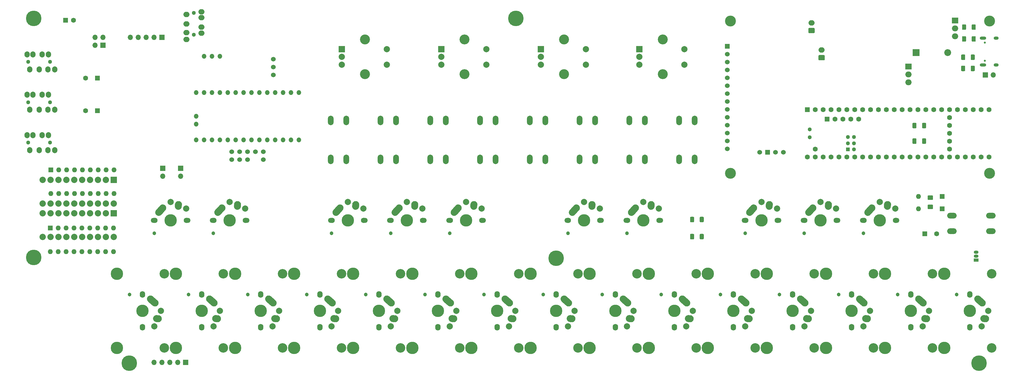
<source format=gbr>
G04 #@! TF.GenerationSoftware,KiCad,Pcbnew,(6.0.1)*
G04 #@! TF.CreationDate,2022-03-21T15:47:42+08:00*
G04 #@! TF.ProjectId,Teensy_Grovebox,5465656e-7379-45f4-9772-6f7665626f78,rev?*
G04 #@! TF.SameCoordinates,Original*
G04 #@! TF.FileFunction,Soldermask,Top*
G04 #@! TF.FilePolarity,Negative*
%FSLAX46Y46*%
G04 Gerber Fmt 4.6, Leading zero omitted, Abs format (unit mm)*
G04 Created by KiCad (PCBNEW (6.0.1)) date 2022-03-21 15:47:42*
%MOMM*%
%LPD*%
G01*
G04 APERTURE LIST*
%ADD10R,1.600000X1.600000*%
%ADD11C,1.600000*%
%ADD12R,1.300000X1.300000*%
%ADD13C,1.300000*%
%ADD14R,2.000000X2.000000*%
%ADD15C,2.000000*%
%ADD16C,3.200000*%
%ADD17O,1.850000X3.048000*%
%ADD18O,3.048000X1.850000*%
%ADD19C,1.750000*%
%ADD20C,1.700000*%
%ADD21C,1.200000*%
%ADD22C,3.987800*%
%ADD23C,2.250000*%
%ADD24C,3.048000*%
%ADD25C,5.000000*%
%ADD26O,1.700000X2.000000*%
%ADD27R,2.032000X2.032000*%
%ADD28C,2.032000*%
%ADD29C,3.500000*%
%ADD30R,1.524000X1.524000*%
%ADD31C,1.524000*%
%ADD32O,2.000000X1.700000*%
%ADD33R,1.700000X1.700000*%
%ADD34O,1.700000X1.700000*%
%ADD35O,1.524000X1.524000*%
%ADD36O,1.600000X1.600000*%
%ADD37C,0.650000*%
%ADD38O,1.600000X1.000000*%
%ADD39O,2.100000X1.000000*%
%ADD40R,2.000000X1.905000*%
%ADD41O,2.000000X1.905000*%
%ADD42R,2.200000X2.200000*%
%ADD43O,2.200000X2.200000*%
%ADD44R,1.500000X1.050000*%
%ADD45O,1.500000X1.050000*%
G04 APERTURE END LIST*
D10*
G04 #@! TO.C,U3*
X292790000Y-165380000D03*
D11*
X295330000Y-165380000D03*
X297870000Y-165380000D03*
X300410000Y-165380000D03*
X302950000Y-165380000D03*
X305490000Y-165380000D03*
X308030000Y-165380000D03*
X310570000Y-165380000D03*
X313110000Y-165380000D03*
X315650000Y-165380000D03*
X318190000Y-165380000D03*
X320730000Y-165380000D03*
X323270000Y-165380000D03*
X325810000Y-165380000D03*
X328350000Y-165380000D03*
X330890000Y-165380000D03*
X333430000Y-165380000D03*
X335970000Y-165380000D03*
X338510000Y-165380000D03*
X341050000Y-165380000D03*
X343590000Y-165380000D03*
X346130000Y-165380000D03*
X348670000Y-165380000D03*
X351210000Y-165380000D03*
X351210000Y-180620000D03*
X348670000Y-180620000D03*
X346130000Y-180620000D03*
X343590000Y-180620000D03*
X341050000Y-180620000D03*
X338510000Y-180620000D03*
X335970000Y-180620000D03*
X333430000Y-180620000D03*
X330890000Y-180620000D03*
X328350000Y-180620000D03*
X325810000Y-180620000D03*
X323270000Y-180620000D03*
X320730000Y-180620000D03*
X318190000Y-180620000D03*
X315650000Y-180620000D03*
X313110000Y-180620000D03*
X310570000Y-180620000D03*
X308030000Y-180620000D03*
X305490000Y-180620000D03*
X302950000Y-180620000D03*
X300410000Y-180620000D03*
X297870000Y-180620000D03*
X295330000Y-180620000D03*
X292790000Y-180620000D03*
X295330000Y-178080000D03*
X338510000Y-167920000D03*
X338510000Y-170460000D03*
X338510000Y-173000000D03*
X338510000Y-175540000D03*
X338510000Y-178080000D03*
D10*
X299089200Y-168430800D03*
D11*
X301629200Y-168430800D03*
X304169200Y-168430800D03*
X306709200Y-168430800D03*
X309249200Y-168430800D03*
D12*
X305760000Y-178181600D03*
D13*
X305760000Y-176181600D03*
X305760000Y-174181600D03*
X307760000Y-174181600D03*
X307760000Y-176181600D03*
X307760000Y-178181600D03*
X293520000Y-174270000D03*
X293520000Y-171730000D03*
G04 #@! TD*
D10*
G04 #@! TO.C,C20*
X330497349Y-205300000D03*
D11*
X334297349Y-205300000D03*
G04 #@! TD*
D14*
G04 #@! TO.C,ENC2*
X175050000Y-145875000D03*
D15*
X175050000Y-150875000D03*
X175050000Y-148375000D03*
D16*
X182550000Y-142775000D03*
X182550000Y-153975000D03*
D15*
X189550000Y-150875000D03*
X189550000Y-145875000D03*
G04 #@! TD*
D14*
G04 #@! TO.C,ENC4*
X238750000Y-145875000D03*
D15*
X238750000Y-150875000D03*
X238750000Y-148375000D03*
D16*
X246250000Y-142775000D03*
X246250000Y-153975000D03*
D15*
X253250000Y-150875000D03*
X253250000Y-145875000D03*
G04 #@! TD*
D14*
G04 #@! TO.C,ENC1*
X143050000Y-145875000D03*
D15*
X143050000Y-150875000D03*
X143050000Y-148375000D03*
D16*
X150550000Y-142775000D03*
X150550000Y-153975000D03*
D15*
X157550000Y-150875000D03*
X157550000Y-145875000D03*
G04 #@! TD*
D14*
G04 #@! TO.C,ENC3*
X207050000Y-145875000D03*
D15*
X207050000Y-150875000D03*
X207050000Y-148375000D03*
D16*
X214550000Y-142775000D03*
X214550000Y-153975000D03*
D15*
X221550000Y-150875000D03*
X221550000Y-145875000D03*
G04 #@! TD*
D17*
G04 #@! TO.C,SW27*
X139500000Y-181375000D03*
X139500000Y-168875000D03*
X144500000Y-181375000D03*
X144500000Y-168875000D03*
G04 #@! TD*
G04 #@! TO.C,SW34*
X251500000Y-181375000D03*
X251500000Y-168875000D03*
X256500000Y-181375000D03*
X256500000Y-168875000D03*
G04 #@! TD*
G04 #@! TO.C,SW28*
X155500000Y-181375000D03*
X155500000Y-168875000D03*
X160500000Y-181375000D03*
X160500000Y-168875000D03*
G04 #@! TD*
G04 #@! TO.C,SW30*
X187500000Y-181375000D03*
X187500000Y-168875000D03*
X192500000Y-181375000D03*
X192500000Y-168875000D03*
G04 #@! TD*
G04 #@! TO.C,SW32*
X219500000Y-181375000D03*
X219500000Y-168875000D03*
X224500000Y-181375000D03*
X224500000Y-168875000D03*
G04 #@! TD*
G04 #@! TO.C,SW29*
X171500000Y-181375000D03*
X171500000Y-168875000D03*
X176500000Y-181375000D03*
X176500000Y-168875000D03*
G04 #@! TD*
G04 #@! TO.C,SW31*
X203500000Y-181375000D03*
X203500000Y-168875000D03*
X208500000Y-181375000D03*
X208500000Y-168875000D03*
G04 #@! TD*
G04 #@! TO.C,SW33*
X235500000Y-181375000D03*
X235500000Y-168875000D03*
X240500000Y-181375000D03*
X240500000Y-168875000D03*
G04 #@! TD*
D18*
G04 #@! TO.C,SW26*
X339260000Y-199500000D03*
X351760000Y-199500000D03*
X339260000Y-204500000D03*
X351760000Y-204500000D03*
G04 #@! TD*
D10*
G04 #@! TO.C,MIC*
X54250000Y-136575000D03*
D11*
X56750000Y-136575000D03*
G04 #@! TD*
D10*
G04 #@! TO.C,C1*
X64502651Y-165700000D03*
D11*
X60702651Y-165700000D03*
G04 #@! TD*
D10*
G04 #@! TO.C,C2*
X64502651Y-155200000D03*
D11*
X60702651Y-155200000D03*
G04 #@! TD*
D19*
G04 #@! TO.C,SW21*
X291920000Y-201000000D03*
D20*
X291500000Y-201000000D03*
D21*
X291780000Y-205200000D03*
D20*
X302500000Y-201000000D03*
D22*
X297000000Y-201000000D03*
D19*
X302080000Y-201000000D03*
G36*
G01*
X299423483Y-197622395D02*
X299423483Y-197622395D01*
G75*
G02*
X298377605Y-196423483I76517J1122395D01*
G01*
X298417147Y-195843451D01*
G75*
G02*
X299616059Y-194797573I1122395J-76517D01*
G01*
X299616059Y-194797573D01*
G75*
G02*
X300661937Y-195996485I-76517J-1122395D01*
G01*
X300622395Y-196576517D01*
G75*
G02*
X299423483Y-197622395I-1122395J76517D01*
G01*
G37*
D23*
X299540000Y-195920000D03*
D15*
X302000000Y-197200000D03*
X297000000Y-195100000D03*
D23*
X294500000Y-197000000D03*
G36*
G01*
X292438688Y-199297350D02*
X292438688Y-199297350D01*
G75*
G02*
X292352650Y-197708688I751312J837350D01*
G01*
X293662640Y-196248680D01*
G75*
G02*
X295251302Y-196162642I837350J-751312D01*
G01*
X295251302Y-196162642D01*
G75*
G02*
X295337340Y-197751304I-751312J-837350D01*
G01*
X294027350Y-199211312D01*
G75*
G02*
X292438688Y-199297350I-837350J751312D01*
G01*
G37*
G04 #@! TD*
G04 #@! TO.C,R11*
G36*
G01*
X346600000Y-147875000D02*
X346600000Y-149125000D01*
G75*
G02*
X346350000Y-149375000I-250000J0D01*
G01*
X345550000Y-149375000D01*
G75*
G02*
X345300000Y-149125000I0J250000D01*
G01*
X345300000Y-147875000D01*
G75*
G02*
X345550000Y-147625000I250000J0D01*
G01*
X346350000Y-147625000D01*
G75*
G02*
X346600000Y-147875000I0J-250000D01*
G01*
G37*
G36*
G01*
X343500000Y-147875000D02*
X343500000Y-149125000D01*
G75*
G02*
X343250000Y-149375000I-250000J0D01*
G01*
X342450000Y-149375000D01*
G75*
G02*
X342200000Y-149125000I0J250000D01*
G01*
X342200000Y-147875000D01*
G75*
G02*
X342450000Y-147625000I250000J0D01*
G01*
X343250000Y-147625000D01*
G75*
G02*
X343500000Y-147875000I0J-250000D01*
G01*
G37*
G04 #@! TD*
D20*
G04 #@! TO.C,SW17*
X250000000Y-235627000D03*
X250000000Y-224627000D03*
D24*
X256985000Y-218189000D03*
D22*
X241745000Y-242065000D03*
D19*
X250000000Y-225047000D03*
X250000000Y-235207000D03*
D21*
X245800000Y-224907000D03*
D22*
X241745000Y-218189000D03*
D24*
X256985000Y-242065000D03*
D22*
X250000000Y-230127000D03*
D23*
X254000000Y-227627000D03*
G36*
G01*
X251702650Y-225565688D02*
X251702650Y-225565688D01*
G75*
G02*
X253291312Y-225479650I837350J-751312D01*
G01*
X254751320Y-226789640D01*
G75*
G02*
X254837358Y-228378302I-751312J-837350D01*
G01*
X254837358Y-228378302D01*
G75*
G02*
X253248696Y-228464340I-837350J751312D01*
G01*
X251788688Y-227154350D01*
G75*
G02*
X251702650Y-225565688I751312J837350D01*
G01*
G37*
D15*
X255900000Y-230127000D03*
D23*
X255080000Y-232667000D03*
G36*
G01*
X253377605Y-232550483D02*
X253377605Y-232550483D01*
G75*
G02*
X254576517Y-231504605I1122395J-76517D01*
G01*
X255156549Y-231544147D01*
G75*
G02*
X256202427Y-232743059I-76517J-1122395D01*
G01*
X256202427Y-232743059D01*
G75*
G02*
X255003515Y-233788937I-1122395J76517D01*
G01*
X254423483Y-233749395D01*
G75*
G02*
X253377605Y-232550483I76517J1122395D01*
G01*
G37*
D15*
X253800000Y-235127000D03*
G04 #@! TD*
G04 #@! TO.C,R12*
G36*
G01*
X346600000Y-151475000D02*
X346600000Y-152725000D01*
G75*
G02*
X346350000Y-152975000I-250000J0D01*
G01*
X345550000Y-152975000D01*
G75*
G02*
X345300000Y-152725000I0J250000D01*
G01*
X345300000Y-151475000D01*
G75*
G02*
X345550000Y-151225000I250000J0D01*
G01*
X346350000Y-151225000D01*
G75*
G02*
X346600000Y-151475000I0J-250000D01*
G01*
G37*
G36*
G01*
X343500000Y-151475000D02*
X343500000Y-152725000D01*
G75*
G02*
X343250000Y-152975000I-250000J0D01*
G01*
X342450000Y-152975000D01*
G75*
G02*
X342200000Y-152725000I0J250000D01*
G01*
X342200000Y-151475000D01*
G75*
G02*
X342450000Y-151225000I250000J0D01*
G01*
X343250000Y-151225000D01*
G75*
G02*
X343500000Y-151475000I0J-250000D01*
G01*
G37*
G04 #@! TD*
D20*
G04 #@! TO.C,SW9*
X158500000Y-201000000D03*
D22*
X164000000Y-201000000D03*
D20*
X169500000Y-201000000D03*
D19*
X158920000Y-201000000D03*
D21*
X158780000Y-205200000D03*
D19*
X169080000Y-201000000D03*
G36*
G01*
X166423483Y-197622395D02*
X166423483Y-197622395D01*
G75*
G02*
X165377605Y-196423483I76517J1122395D01*
G01*
X165417147Y-195843451D01*
G75*
G02*
X166616059Y-194797573I1122395J-76517D01*
G01*
X166616059Y-194797573D01*
G75*
G02*
X167661937Y-195996485I-76517J-1122395D01*
G01*
X167622395Y-196576517D01*
G75*
G02*
X166423483Y-197622395I-1122395J76517D01*
G01*
G37*
D15*
X169000000Y-197200000D03*
D23*
X166540000Y-195920000D03*
D15*
X164000000Y-195100000D03*
G36*
G01*
X159438688Y-199297350D02*
X159438688Y-199297350D01*
G75*
G02*
X159352650Y-197708688I751312J837350D01*
G01*
X160662640Y-196248680D01*
G75*
G02*
X162251302Y-196162642I837350J-751312D01*
G01*
X162251302Y-196162642D01*
G75*
G02*
X162337340Y-197751304I-751312J-837350D01*
G01*
X161027350Y-199211312D01*
G75*
G02*
X159438688Y-199297350I-837350J751312D01*
G01*
G37*
D23*
X161500000Y-197000000D03*
G04 #@! TD*
D24*
G04 #@! TO.C,SW12*
X199985000Y-218189000D03*
D22*
X184745000Y-218189000D03*
D19*
X193000000Y-225047000D03*
D20*
X193000000Y-235627000D03*
D21*
X188800000Y-224907000D03*
D24*
X199985000Y-242065000D03*
D22*
X193000000Y-230127000D03*
D19*
X193000000Y-235207000D03*
D20*
X193000000Y-224627000D03*
D22*
X184745000Y-242065000D03*
D23*
X197000000Y-227627000D03*
D15*
X198900000Y-230127000D03*
G36*
G01*
X194702650Y-225565688D02*
X194702650Y-225565688D01*
G75*
G02*
X196291312Y-225479650I837350J-751312D01*
G01*
X197751320Y-226789640D01*
G75*
G02*
X197837358Y-228378302I-751312J-837350D01*
G01*
X197837358Y-228378302D01*
G75*
G02*
X196248696Y-228464340I-837350J751312D01*
G01*
X194788688Y-227154350D01*
G75*
G02*
X194702650Y-225565688I751312J837350D01*
G01*
G37*
G36*
G01*
X196377605Y-232550483D02*
X196377605Y-232550483D01*
G75*
G02*
X197576517Y-231504605I1122395J-76517D01*
G01*
X198156549Y-231544147D01*
G75*
G02*
X199202427Y-232743059I-76517J-1122395D01*
G01*
X199202427Y-232743059D01*
G75*
G02*
X198003515Y-233788937I-1122395J76517D01*
G01*
X197423483Y-233749395D01*
G75*
G02*
X196377605Y-232550483I76517J1122395D01*
G01*
G37*
D23*
X198080000Y-232667000D03*
D15*
X196800000Y-235127000D03*
G04 #@! TD*
D24*
G04 #@! TO.C,SW22*
X313985000Y-218189000D03*
D19*
X307000000Y-235207000D03*
D24*
X313985000Y-242065000D03*
D22*
X307000000Y-230127000D03*
D20*
X307000000Y-235627000D03*
D21*
X302800000Y-224907000D03*
D22*
X298745000Y-218189000D03*
D19*
X307000000Y-225047000D03*
D20*
X307000000Y-224627000D03*
D22*
X298745000Y-242065000D03*
G36*
G01*
X308702650Y-225565688D02*
X308702650Y-225565688D01*
G75*
G02*
X310291312Y-225479650I837350J-751312D01*
G01*
X311751320Y-226789640D01*
G75*
G02*
X311837358Y-228378302I-751312J-837350D01*
G01*
X311837358Y-228378302D01*
G75*
G02*
X310248696Y-228464340I-837350J751312D01*
G01*
X308788688Y-227154350D01*
G75*
G02*
X308702650Y-225565688I751312J837350D01*
G01*
G37*
D23*
X311000000Y-227627000D03*
D15*
X312900000Y-230127000D03*
D23*
X312080000Y-232667000D03*
G36*
G01*
X310377605Y-232550483D02*
X310377605Y-232550483D01*
G75*
G02*
X311576517Y-231504605I1122395J-76517D01*
G01*
X312156549Y-231544147D01*
G75*
G02*
X313202427Y-232743059I-76517J-1122395D01*
G01*
X313202427Y-232743059D01*
G75*
G02*
X312003515Y-233788937I-1122395J76517D01*
G01*
X311423483Y-233749395D01*
G75*
G02*
X310377605Y-232550483I76517J1122395D01*
G01*
G37*
D15*
X310800000Y-235127000D03*
G04 #@! TD*
D19*
G04 #@! TO.C,SW4*
X101920000Y-201000000D03*
D20*
X101500000Y-201000000D03*
D22*
X107000000Y-201000000D03*
D20*
X112500000Y-201000000D03*
D21*
X101780000Y-205200000D03*
D19*
X112080000Y-201000000D03*
G36*
G01*
X109423483Y-197622395D02*
X109423483Y-197622395D01*
G75*
G02*
X108377605Y-196423483I76517J1122395D01*
G01*
X108417147Y-195843451D01*
G75*
G02*
X109616059Y-194797573I1122395J-76517D01*
G01*
X109616059Y-194797573D01*
G75*
G02*
X110661937Y-195996485I-76517J-1122395D01*
G01*
X110622395Y-196576517D01*
G75*
G02*
X109423483Y-197622395I-1122395J76517D01*
G01*
G37*
D15*
X112000000Y-197200000D03*
D23*
X109540000Y-195920000D03*
X104500000Y-197000000D03*
G36*
G01*
X102438688Y-199297350D02*
X102438688Y-199297350D01*
G75*
G02*
X102352650Y-197708688I751312J837350D01*
G01*
X103662640Y-196248680D01*
G75*
G02*
X105251302Y-196162642I837350J-751312D01*
G01*
X105251302Y-196162642D01*
G75*
G02*
X105337340Y-197751304I-751312J-837350D01*
G01*
X104027350Y-199211312D01*
G75*
G02*
X102438688Y-199297350I-837350J751312D01*
G01*
G37*
D15*
X107000000Y-195100000D03*
G04 #@! TD*
D20*
G04 #@! TO.C,SW3*
X98000000Y-224627000D03*
D19*
X98000000Y-235207000D03*
D22*
X89745000Y-218189000D03*
X89745000Y-242065000D03*
D19*
X98000000Y-225047000D03*
D20*
X98000000Y-235627000D03*
D24*
X104985000Y-218189000D03*
X104985000Y-242065000D03*
D22*
X98000000Y-230127000D03*
D21*
X93800000Y-224907000D03*
G36*
G01*
X99702650Y-225565688D02*
X99702650Y-225565688D01*
G75*
G02*
X101291312Y-225479650I837350J-751312D01*
G01*
X102751320Y-226789640D01*
G75*
G02*
X102837358Y-228378302I-751312J-837350D01*
G01*
X102837358Y-228378302D01*
G75*
G02*
X101248696Y-228464340I-837350J751312D01*
G01*
X99788688Y-227154350D01*
G75*
G02*
X99702650Y-225565688I751312J837350D01*
G01*
G37*
D23*
X102000000Y-227627000D03*
D15*
X103900000Y-230127000D03*
G36*
G01*
X101377605Y-232550483D02*
X101377605Y-232550483D01*
G75*
G02*
X102576517Y-231504605I1122395J-76517D01*
G01*
X103156549Y-231544147D01*
G75*
G02*
X104202427Y-232743059I-76517J-1122395D01*
G01*
X104202427Y-232743059D01*
G75*
G02*
X103003515Y-233788937I-1122395J76517D01*
G01*
X102423483Y-233749395D01*
G75*
G02*
X101377605Y-232550483I76517J1122395D01*
G01*
G37*
D23*
X103080000Y-232667000D03*
D15*
X101800000Y-235127000D03*
G04 #@! TD*
D21*
G04 #@! TO.C,SW19*
X272780000Y-205200000D03*
D22*
X278000000Y-201000000D03*
D20*
X283500000Y-201000000D03*
D19*
X283080000Y-201000000D03*
X272920000Y-201000000D03*
D20*
X272500000Y-201000000D03*
D15*
X283000000Y-197200000D03*
G36*
G01*
X280423483Y-197622395D02*
X280423483Y-197622395D01*
G75*
G02*
X279377605Y-196423483I76517J1122395D01*
G01*
X279417147Y-195843451D01*
G75*
G02*
X280616059Y-194797573I1122395J-76517D01*
G01*
X280616059Y-194797573D01*
G75*
G02*
X281661937Y-195996485I-76517J-1122395D01*
G01*
X281622395Y-196576517D01*
G75*
G02*
X280423483Y-197622395I-1122395J76517D01*
G01*
G37*
D23*
X280540000Y-195920000D03*
G36*
G01*
X273438688Y-199297350D02*
X273438688Y-199297350D01*
G75*
G02*
X273352650Y-197708688I751312J837350D01*
G01*
X274662640Y-196248680D01*
G75*
G02*
X276251302Y-196162642I837350J-751312D01*
G01*
X276251302Y-196162642D01*
G75*
G02*
X276337340Y-197751304I-751312J-837350D01*
G01*
X275027350Y-199211312D01*
G75*
G02*
X273438688Y-199297350I-837350J751312D01*
G01*
G37*
D15*
X278000000Y-195100000D03*
D23*
X275500000Y-197000000D03*
G04 #@! TD*
D25*
G04 #@! TO.C,*
X44000000Y-136000000D03*
G04 #@! TD*
D13*
G04 #@! TO.C,J8*
X42250000Y-149982500D03*
X49250000Y-149982500D03*
D26*
X42750000Y-152382500D03*
X45750000Y-152382500D03*
X48550000Y-152382500D03*
X50750000Y-152382500D03*
X41850000Y-147582500D03*
X43750000Y-147582500D03*
X46750000Y-147582500D03*
X48750000Y-147582500D03*
G04 #@! TD*
G04 #@! TO.C,R14*
G36*
G01*
X346900000Y-141975000D02*
X346900000Y-143225000D01*
G75*
G02*
X346650000Y-143475000I-250000J0D01*
G01*
X345850000Y-143475000D01*
G75*
G02*
X345600000Y-143225000I0J250000D01*
G01*
X345600000Y-141975000D01*
G75*
G02*
X345850000Y-141725000I250000J0D01*
G01*
X346650000Y-141725000D01*
G75*
G02*
X346900000Y-141975000I0J-250000D01*
G01*
G37*
G36*
G01*
X343800000Y-141975000D02*
X343800000Y-143225000D01*
G75*
G02*
X343550000Y-143475000I-250000J0D01*
G01*
X342750000Y-143475000D01*
G75*
G02*
X342500000Y-143225000I0J250000D01*
G01*
X342500000Y-141975000D01*
G75*
G02*
X342750000Y-141725000I250000J0D01*
G01*
X343550000Y-141725000D01*
G75*
G02*
X343800000Y-141975000I0J-250000D01*
G01*
G37*
G04 #@! TD*
D27*
G04 #@! TO.C,BAR2*
X69750000Y-188000000D03*
D28*
X67210000Y-188000000D03*
X64670000Y-188000000D03*
X62130000Y-188000000D03*
X59590000Y-188000000D03*
X57050000Y-188000000D03*
X54510000Y-188000000D03*
X51970000Y-188000000D03*
X49430000Y-188000000D03*
X46890000Y-188000000D03*
X46890000Y-195620000D03*
X49430000Y-195620000D03*
X51970000Y-195620000D03*
X54510000Y-195620000D03*
X57050000Y-195620000D03*
X59590000Y-195620000D03*
X62130000Y-195620000D03*
X64670000Y-195620000D03*
X67210000Y-195620000D03*
X69750000Y-195620000D03*
G04 #@! TD*
D20*
G04 #@! TO.C,SW10*
X174000000Y-235627000D03*
D19*
X174000000Y-225047000D03*
D20*
X174000000Y-224627000D03*
D22*
X165745000Y-218189000D03*
D19*
X174000000Y-235207000D03*
D22*
X165745000Y-242065000D03*
X174000000Y-230127000D03*
D21*
X169800000Y-224907000D03*
D24*
X180985000Y-242065000D03*
X180985000Y-218189000D03*
D15*
X179900000Y-230127000D03*
G36*
G01*
X175702650Y-225565688D02*
X175702650Y-225565688D01*
G75*
G02*
X177291312Y-225479650I837350J-751312D01*
G01*
X178751320Y-226789640D01*
G75*
G02*
X178837358Y-228378302I-751312J-837350D01*
G01*
X178837358Y-228378302D01*
G75*
G02*
X177248696Y-228464340I-837350J751312D01*
G01*
X175788688Y-227154350D01*
G75*
G02*
X175702650Y-225565688I751312J837350D01*
G01*
G37*
D23*
X178000000Y-227627000D03*
X179080000Y-232667000D03*
G36*
G01*
X177377605Y-232550483D02*
X177377605Y-232550483D01*
G75*
G02*
X178576517Y-231504605I1122395J-76517D01*
G01*
X179156549Y-231544147D01*
G75*
G02*
X180202427Y-232743059I-76517J-1122395D01*
G01*
X180202427Y-232743059D01*
G75*
G02*
X179003515Y-233788937I-1122395J76517D01*
G01*
X178423483Y-233749395D01*
G75*
G02*
X177377605Y-232550483I76517J1122395D01*
G01*
G37*
D15*
X177800000Y-235127000D03*
G04 #@! TD*
D25*
G04 #@! TO.C,*
X212000000Y-213250000D03*
G04 #@! TD*
D19*
G04 #@! TO.C,SW7*
X150080000Y-201000000D03*
X139920000Y-201000000D03*
D20*
X150500000Y-201000000D03*
X139500000Y-201000000D03*
D21*
X139780000Y-205200000D03*
D22*
X145000000Y-201000000D03*
D23*
X147540000Y-195920000D03*
G36*
G01*
X147423483Y-197622395D02*
X147423483Y-197622395D01*
G75*
G02*
X146377605Y-196423483I76517J1122395D01*
G01*
X146417147Y-195843451D01*
G75*
G02*
X147616059Y-194797573I1122395J-76517D01*
G01*
X147616059Y-194797573D01*
G75*
G02*
X148661937Y-195996485I-76517J-1122395D01*
G01*
X148622395Y-196576517D01*
G75*
G02*
X147423483Y-197622395I-1122395J76517D01*
G01*
G37*
D15*
X150000000Y-197200000D03*
X145000000Y-195100000D03*
G36*
G01*
X140438688Y-199297350D02*
X140438688Y-199297350D01*
G75*
G02*
X140352650Y-197708688I751312J837350D01*
G01*
X141662640Y-196248680D01*
G75*
G02*
X143251302Y-196162642I837350J-751312D01*
G01*
X143251302Y-196162642D01*
G75*
G02*
X143337340Y-197751304I-751312J-837350D01*
G01*
X142027350Y-199211312D01*
G75*
G02*
X140438688Y-199297350I-837350J751312D01*
G01*
G37*
D23*
X142500000Y-197000000D03*
G04 #@! TD*
D21*
G04 #@! TO.C,SW11*
X177780000Y-205200000D03*
D19*
X177920000Y-201000000D03*
X188080000Y-201000000D03*
D20*
X177500000Y-201000000D03*
D22*
X183000000Y-201000000D03*
D20*
X188500000Y-201000000D03*
D23*
X185540000Y-195920000D03*
D15*
X188000000Y-197200000D03*
G36*
G01*
X185423483Y-197622395D02*
X185423483Y-197622395D01*
G75*
G02*
X184377605Y-196423483I76517J1122395D01*
G01*
X184417147Y-195843451D01*
G75*
G02*
X185616059Y-194797573I1122395J-76517D01*
G01*
X185616059Y-194797573D01*
G75*
G02*
X186661937Y-195996485I-76517J-1122395D01*
G01*
X186622395Y-196576517D01*
G75*
G02*
X185423483Y-197622395I-1122395J76517D01*
G01*
G37*
D23*
X180500000Y-197000000D03*
D15*
X183000000Y-195100000D03*
G36*
G01*
X178438688Y-199297350D02*
X178438688Y-199297350D01*
G75*
G02*
X178352650Y-197708688I751312J837350D01*
G01*
X179662640Y-196248680D01*
G75*
G02*
X181251302Y-196162642I837350J-751312D01*
G01*
X181251302Y-196162642D01*
G75*
G02*
X181337340Y-197751304I-751312J-837350D01*
G01*
X180027350Y-199211312D01*
G75*
G02*
X178438688Y-199297350I-837350J751312D01*
G01*
G37*
G04 #@! TD*
D19*
G04 #@! TO.C,SW2*
X93080000Y-201000000D03*
D20*
X82500000Y-201000000D03*
D19*
X82920000Y-201000000D03*
D22*
X88000000Y-201000000D03*
D20*
X93500000Y-201000000D03*
D21*
X82780000Y-205200000D03*
D15*
X93000000Y-197200000D03*
D23*
X90540000Y-195920000D03*
G36*
G01*
X90423483Y-197622395D02*
X90423483Y-197622395D01*
G75*
G02*
X89377605Y-196423483I76517J1122395D01*
G01*
X89417147Y-195843451D01*
G75*
G02*
X90616059Y-194797573I1122395J-76517D01*
G01*
X90616059Y-194797573D01*
G75*
G02*
X91661937Y-195996485I-76517J-1122395D01*
G01*
X91622395Y-196576517D01*
G75*
G02*
X90423483Y-197622395I-1122395J76517D01*
G01*
G37*
G36*
G01*
X83438688Y-199297350D02*
X83438688Y-199297350D01*
G75*
G02*
X83352650Y-197708688I751312J837350D01*
G01*
X84662640Y-196248680D01*
G75*
G02*
X86251302Y-196162642I837350J-751312D01*
G01*
X86251302Y-196162642D01*
G75*
G02*
X86337340Y-197751304I-751312J-837350D01*
G01*
X85027350Y-199211312D01*
G75*
G02*
X83438688Y-199297350I-837350J751312D01*
G01*
G37*
D15*
X88000000Y-195100000D03*
D23*
X85500000Y-197000000D03*
G04 #@! TD*
D13*
G04 #@! TO.C,J10*
X42250000Y-175982500D03*
X49250000Y-175982500D03*
D26*
X42750000Y-178382500D03*
X45750000Y-178382500D03*
X48550000Y-178382500D03*
X50750000Y-178382500D03*
X41850000Y-173582500D03*
X43750000Y-173582500D03*
X46750000Y-173582500D03*
X48750000Y-173582500D03*
G04 #@! TD*
D25*
G04 #@! TO.C,*
X44000000Y-213000000D03*
G04 #@! TD*
D29*
G04 #@! TO.C,U1*
X268050000Y-136855000D03*
X268050000Y-185895000D03*
X351350000Y-185895000D03*
X351350000Y-136855000D03*
D30*
X267050000Y-144955000D03*
D31*
X267050000Y-147495000D03*
X267050000Y-150035000D03*
X267050000Y-152575000D03*
X267050000Y-155115000D03*
X267050000Y-157655000D03*
X267050000Y-160195000D03*
X267050000Y-162735000D03*
X267050000Y-165275000D03*
X267050000Y-167815000D03*
X267050000Y-170355000D03*
X267050000Y-172895000D03*
X267050000Y-175435000D03*
X267050000Y-177975000D03*
G04 #@! TD*
D24*
G04 #@! TO.C,SW5*
X123985000Y-242065000D03*
X123985000Y-218189000D03*
D21*
X112800000Y-224907000D03*
D22*
X117000000Y-230127000D03*
D20*
X117000000Y-235627000D03*
D22*
X108745000Y-218189000D03*
D20*
X117000000Y-224627000D03*
D19*
X117000000Y-235207000D03*
X117000000Y-225047000D03*
D22*
X108745000Y-242065000D03*
G36*
G01*
X118702650Y-225565688D02*
X118702650Y-225565688D01*
G75*
G02*
X120291312Y-225479650I837350J-751312D01*
G01*
X121751320Y-226789640D01*
G75*
G02*
X121837358Y-228378302I-751312J-837350D01*
G01*
X121837358Y-228378302D01*
G75*
G02*
X120248696Y-228464340I-837350J751312D01*
G01*
X118788688Y-227154350D01*
G75*
G02*
X118702650Y-225565688I751312J837350D01*
G01*
G37*
D15*
X122900000Y-230127000D03*
D23*
X121000000Y-227627000D03*
G36*
G01*
X120377605Y-232550483D02*
X120377605Y-232550483D01*
G75*
G02*
X121576517Y-231504605I1122395J-76517D01*
G01*
X122156549Y-231544147D01*
G75*
G02*
X123202427Y-232743059I-76517J-1122395D01*
G01*
X123202427Y-232743059D01*
G75*
G02*
X122003515Y-233788937I-1122395J76517D01*
G01*
X121423483Y-233749395D01*
G75*
G02*
X120377605Y-232550483I76517J1122395D01*
G01*
G37*
X122080000Y-232667000D03*
D15*
X120800000Y-235127000D03*
G04 #@! TD*
G04 #@! TO.C,R13*
G36*
G01*
X346900000Y-138175000D02*
X346900000Y-139425000D01*
G75*
G02*
X346650000Y-139675000I-250000J0D01*
G01*
X345850000Y-139675000D01*
G75*
G02*
X345600000Y-139425000I0J250000D01*
G01*
X345600000Y-138175000D01*
G75*
G02*
X345850000Y-137925000I250000J0D01*
G01*
X346650000Y-137925000D01*
G75*
G02*
X346900000Y-138175000I0J-250000D01*
G01*
G37*
G36*
G01*
X343800000Y-138175000D02*
X343800000Y-139425000D01*
G75*
G02*
X343550000Y-139675000I-250000J0D01*
G01*
X342750000Y-139675000D01*
G75*
G02*
X342500000Y-139425000I0J250000D01*
G01*
X342500000Y-138175000D01*
G75*
G02*
X342750000Y-137925000I250000J0D01*
G01*
X343550000Y-137925000D01*
G75*
G02*
X343800000Y-138175000I0J-250000D01*
G01*
G37*
G04 #@! TD*
D20*
G04 #@! TO.C,SW25*
X345000000Y-235627000D03*
X345000000Y-224627000D03*
D22*
X336745000Y-242065000D03*
D24*
X351985000Y-218189000D03*
D19*
X345000000Y-235207000D03*
D22*
X336745000Y-218189000D03*
X345000000Y-230127000D03*
D19*
X345000000Y-225047000D03*
D24*
X351985000Y-242065000D03*
D21*
X340800000Y-224907000D03*
G36*
G01*
X346702650Y-225565688D02*
X346702650Y-225565688D01*
G75*
G02*
X348291312Y-225479650I837350J-751312D01*
G01*
X349751320Y-226789640D01*
G75*
G02*
X349837358Y-228378302I-751312J-837350D01*
G01*
X349837358Y-228378302D01*
G75*
G02*
X348248696Y-228464340I-837350J751312D01*
G01*
X346788688Y-227154350D01*
G75*
G02*
X346702650Y-225565688I751312J837350D01*
G01*
G37*
D23*
X349000000Y-227627000D03*
D15*
X350900000Y-230127000D03*
X348800000Y-235127000D03*
D23*
X350080000Y-232667000D03*
G36*
G01*
X348377605Y-232550483D02*
X348377605Y-232550483D01*
G75*
G02*
X349576517Y-231504605I1122395J-76517D01*
G01*
X350156549Y-231544147D01*
G75*
G02*
X351202427Y-232743059I-76517J-1122395D01*
G01*
X351202427Y-232743059D01*
G75*
G02*
X350003515Y-233788937I-1122395J76517D01*
G01*
X349423483Y-233749395D01*
G75*
G02*
X348377605Y-232550483I76517J1122395D01*
G01*
G37*
G04 #@! TD*
D24*
G04 #@! TO.C,SW20*
X294985000Y-218189000D03*
D19*
X288000000Y-235207000D03*
X288000000Y-225047000D03*
D22*
X288000000Y-230127000D03*
X279745000Y-218189000D03*
D20*
X288000000Y-224627000D03*
D22*
X279745000Y-242065000D03*
D24*
X294985000Y-242065000D03*
D21*
X283800000Y-224907000D03*
D20*
X288000000Y-235627000D03*
D15*
X293900000Y-230127000D03*
D23*
X292000000Y-227627000D03*
G36*
G01*
X289702650Y-225565688D02*
X289702650Y-225565688D01*
G75*
G02*
X291291312Y-225479650I837350J-751312D01*
G01*
X292751320Y-226789640D01*
G75*
G02*
X292837358Y-228378302I-751312J-837350D01*
G01*
X292837358Y-228378302D01*
G75*
G02*
X291248696Y-228464340I-837350J751312D01*
G01*
X289788688Y-227154350D01*
G75*
G02*
X289702650Y-225565688I751312J837350D01*
G01*
G37*
D15*
X291800000Y-235127000D03*
D23*
X293080000Y-232667000D03*
G36*
G01*
X291377605Y-232550483D02*
X291377605Y-232550483D01*
G75*
G02*
X292576517Y-231504605I1122395J-76517D01*
G01*
X293156549Y-231544147D01*
G75*
G02*
X294202427Y-232743059I-76517J-1122395D01*
G01*
X294202427Y-232743059D01*
G75*
G02*
X293003515Y-233788937I-1122395J76517D01*
G01*
X292423483Y-233749395D01*
G75*
G02*
X291377605Y-232550483I76517J1122395D01*
G01*
G37*
G04 #@! TD*
D25*
G04 #@! TO.C,*
X199000000Y-136000000D03*
G04 #@! TD*
G04 #@! TO.C,R16*
G36*
G01*
X326550000Y-171125000D02*
X326550000Y-169875000D01*
G75*
G02*
X326800000Y-169625000I250000J0D01*
G01*
X327600000Y-169625000D01*
G75*
G02*
X327850000Y-169875000I0J-250000D01*
G01*
X327850000Y-171125000D01*
G75*
G02*
X327600000Y-171375000I-250000J0D01*
G01*
X326800000Y-171375000D01*
G75*
G02*
X326550000Y-171125000I0J250000D01*
G01*
G37*
G36*
G01*
X329650000Y-171125000D02*
X329650000Y-169875000D01*
G75*
G02*
X329900000Y-169625000I250000J0D01*
G01*
X330700000Y-169625000D01*
G75*
G02*
X330950000Y-169875000I0J-250000D01*
G01*
X330950000Y-171125000D01*
G75*
G02*
X330700000Y-171375000I-250000J0D01*
G01*
X329900000Y-171375000D01*
G75*
G02*
X329650000Y-171125000I0J250000D01*
G01*
G37*
G04 #@! TD*
D22*
G04 #@! TO.C,SW6*
X127745000Y-242065000D03*
X127745000Y-218189000D03*
D19*
X136000000Y-225047000D03*
D24*
X142985000Y-242065000D03*
X142985000Y-218189000D03*
D20*
X136000000Y-235627000D03*
D19*
X136000000Y-235207000D03*
D20*
X136000000Y-224627000D03*
D21*
X131800000Y-224907000D03*
D22*
X136000000Y-230127000D03*
D23*
X140000000Y-227627000D03*
D15*
X141900000Y-230127000D03*
G36*
G01*
X137702650Y-225565688D02*
X137702650Y-225565688D01*
G75*
G02*
X139291312Y-225479650I837350J-751312D01*
G01*
X140751320Y-226789640D01*
G75*
G02*
X140837358Y-228378302I-751312J-837350D01*
G01*
X140837358Y-228378302D01*
G75*
G02*
X139248696Y-228464340I-837350J751312D01*
G01*
X137788688Y-227154350D01*
G75*
G02*
X137702650Y-225565688I751312J837350D01*
G01*
G37*
G36*
G01*
X139377605Y-232550483D02*
X139377605Y-232550483D01*
G75*
G02*
X140576517Y-231504605I1122395J-76517D01*
G01*
X141156549Y-231544147D01*
G75*
G02*
X142202427Y-232743059I-76517J-1122395D01*
G01*
X142202427Y-232743059D01*
G75*
G02*
X141003515Y-233788937I-1122395J76517D01*
G01*
X140423483Y-233749395D01*
G75*
G02*
X139377605Y-232550483I76517J1122395D01*
G01*
G37*
D23*
X141080000Y-232667000D03*
D15*
X139800000Y-235127000D03*
G04 #@! TD*
D19*
G04 #@! TO.C,SW15*
X231000000Y-225047000D03*
D21*
X226800000Y-224907000D03*
D20*
X231000000Y-235627000D03*
D22*
X222745000Y-218189000D03*
D19*
X231000000Y-235207000D03*
D20*
X231000000Y-224627000D03*
D22*
X231000000Y-230127000D03*
X222745000Y-242065000D03*
D24*
X237985000Y-218189000D03*
X237985000Y-242065000D03*
G36*
G01*
X232702650Y-225565688D02*
X232702650Y-225565688D01*
G75*
G02*
X234291312Y-225479650I837350J-751312D01*
G01*
X235751320Y-226789640D01*
G75*
G02*
X235837358Y-228378302I-751312J-837350D01*
G01*
X235837358Y-228378302D01*
G75*
G02*
X234248696Y-228464340I-837350J751312D01*
G01*
X232788688Y-227154350D01*
G75*
G02*
X232702650Y-225565688I751312J837350D01*
G01*
G37*
D15*
X236900000Y-230127000D03*
D23*
X235000000Y-227627000D03*
G36*
G01*
X234377605Y-232550483D02*
X234377605Y-232550483D01*
G75*
G02*
X235576517Y-231504605I1122395J-76517D01*
G01*
X236156549Y-231544147D01*
G75*
G02*
X237202427Y-232743059I-76517J-1122395D01*
G01*
X237202427Y-232743059D01*
G75*
G02*
X236003515Y-233788937I-1122395J76517D01*
G01*
X235423483Y-233749395D01*
G75*
G02*
X234377605Y-232550483I76517J1122395D01*
G01*
G37*
D15*
X234800000Y-235127000D03*
D23*
X236080000Y-232667000D03*
G04 #@! TD*
D19*
G04 #@! TO.C,SW16*
X245080000Y-201000000D03*
D20*
X245500000Y-201000000D03*
D21*
X234780000Y-205200000D03*
D20*
X234500000Y-201000000D03*
D19*
X234920000Y-201000000D03*
D22*
X240000000Y-201000000D03*
D15*
X245000000Y-197200000D03*
G36*
G01*
X242423483Y-197622395D02*
X242423483Y-197622395D01*
G75*
G02*
X241377605Y-196423483I76517J1122395D01*
G01*
X241417147Y-195843451D01*
G75*
G02*
X242616059Y-194797573I1122395J-76517D01*
G01*
X242616059Y-194797573D01*
G75*
G02*
X243661937Y-195996485I-76517J-1122395D01*
G01*
X243622395Y-196576517D01*
G75*
G02*
X242423483Y-197622395I-1122395J76517D01*
G01*
G37*
D23*
X242540000Y-195920000D03*
D15*
X240000000Y-195100000D03*
D23*
X237500000Y-197000000D03*
G36*
G01*
X235438688Y-199297350D02*
X235438688Y-199297350D01*
G75*
G02*
X235352650Y-197708688I751312J837350D01*
G01*
X236662640Y-196248680D01*
G75*
G02*
X238251302Y-196162642I837350J-751312D01*
G01*
X238251302Y-196162642D01*
G75*
G02*
X238337340Y-197751304I-751312J-837350D01*
G01*
X237027350Y-199211312D01*
G75*
G02*
X235438688Y-199297350I-837350J751312D01*
G01*
G37*
G04 #@! TD*
G04 #@! TO.C,R37*
G36*
G01*
X259450000Y-205625000D02*
X259450000Y-206875000D01*
G75*
G02*
X259200000Y-207125000I-250000J0D01*
G01*
X258400000Y-207125000D01*
G75*
G02*
X258150000Y-206875000I0J250000D01*
G01*
X258150000Y-205625000D01*
G75*
G02*
X258400000Y-205375000I250000J0D01*
G01*
X259200000Y-205375000D01*
G75*
G02*
X259450000Y-205625000I0J-250000D01*
G01*
G37*
G36*
G01*
X256350000Y-205625000D02*
X256350000Y-206875000D01*
G75*
G02*
X256100000Y-207125000I-250000J0D01*
G01*
X255300000Y-207125000D01*
G75*
G02*
X255050000Y-206875000I0J250000D01*
G01*
X255050000Y-205625000D01*
G75*
G02*
X255300000Y-205375000I250000J0D01*
G01*
X256100000Y-205375000D01*
G75*
G02*
X256350000Y-205625000I0J-250000D01*
G01*
G37*
G04 #@! TD*
G04 #@! TO.C,R17*
G36*
G01*
X330950000Y-174875000D02*
X330950000Y-176125000D01*
G75*
G02*
X330700000Y-176375000I-250000J0D01*
G01*
X329900000Y-176375000D01*
G75*
G02*
X329650000Y-176125000I0J250000D01*
G01*
X329650000Y-174875000D01*
G75*
G02*
X329900000Y-174625000I250000J0D01*
G01*
X330700000Y-174625000D01*
G75*
G02*
X330950000Y-174875000I0J-250000D01*
G01*
G37*
G36*
G01*
X327850000Y-174875000D02*
X327850000Y-176125000D01*
G75*
G02*
X327600000Y-176375000I-250000J0D01*
G01*
X326800000Y-176375000D01*
G75*
G02*
X326550000Y-176125000I0J250000D01*
G01*
X326550000Y-174875000D01*
G75*
G02*
X326800000Y-174625000I250000J0D01*
G01*
X327600000Y-174625000D01*
G75*
G02*
X327850000Y-174875000I0J-250000D01*
G01*
G37*
G04 #@! TD*
G04 #@! TO.C,R36*
G36*
G01*
X259450000Y-200125000D02*
X259450000Y-201375000D01*
G75*
G02*
X259200000Y-201625000I-250000J0D01*
G01*
X258400000Y-201625000D01*
G75*
G02*
X258150000Y-201375000I0J250000D01*
G01*
X258150000Y-200125000D01*
G75*
G02*
X258400000Y-199875000I250000J0D01*
G01*
X259200000Y-199875000D01*
G75*
G02*
X259450000Y-200125000I0J-250000D01*
G01*
G37*
G36*
G01*
X256350000Y-200125000D02*
X256350000Y-201375000D01*
G75*
G02*
X256100000Y-201625000I-250000J0D01*
G01*
X255300000Y-201625000D01*
G75*
G02*
X255050000Y-201375000I0J250000D01*
G01*
X255050000Y-200125000D01*
G75*
G02*
X255300000Y-199875000I250000J0D01*
G01*
X256100000Y-199875000D01*
G75*
G02*
X256350000Y-200125000I0J-250000D01*
G01*
G37*
G04 #@! TD*
D27*
G04 #@! TO.C,BAR1*
X69750000Y-198702500D03*
D28*
X67210000Y-198702500D03*
X64670000Y-198702500D03*
X62130000Y-198702500D03*
X59590000Y-198702500D03*
X57050000Y-198702500D03*
X54510000Y-198702500D03*
X51970000Y-198702500D03*
X49430000Y-198702500D03*
X46890000Y-198702500D03*
X46890000Y-206322500D03*
X49430000Y-206322500D03*
X51970000Y-206322500D03*
X54510000Y-206322500D03*
X57050000Y-206322500D03*
X59590000Y-206322500D03*
X62130000Y-206322500D03*
X64670000Y-206322500D03*
X67210000Y-206322500D03*
X69750000Y-206322500D03*
G04 #@! TD*
D20*
G04 #@! TO.C,SW1*
X79000000Y-235627000D03*
D19*
X79000000Y-235207000D03*
D21*
X74800000Y-224907000D03*
D19*
X79000000Y-225047000D03*
D22*
X79000000Y-230127000D03*
X70745000Y-218189000D03*
X70745000Y-242065000D03*
D24*
X85985000Y-218189000D03*
D20*
X79000000Y-224627000D03*
D24*
X85985000Y-242065000D03*
G36*
G01*
X80702650Y-225565688D02*
X80702650Y-225565688D01*
G75*
G02*
X82291312Y-225479650I837350J-751312D01*
G01*
X83751320Y-226789640D01*
G75*
G02*
X83837358Y-228378302I-751312J-837350D01*
G01*
X83837358Y-228378302D01*
G75*
G02*
X82248696Y-228464340I-837350J751312D01*
G01*
X80788688Y-227154350D01*
G75*
G02*
X80702650Y-225565688I751312J837350D01*
G01*
G37*
D23*
X83000000Y-227627000D03*
D15*
X84900000Y-230127000D03*
D23*
X84080000Y-232667000D03*
G36*
G01*
X82377605Y-232550483D02*
X82377605Y-232550483D01*
G75*
G02*
X83576517Y-231504605I1122395J-76517D01*
G01*
X84156549Y-231544147D01*
G75*
G02*
X85202427Y-232743059I-76517J-1122395D01*
G01*
X85202427Y-232743059D01*
G75*
G02*
X84003515Y-233788937I-1122395J76517D01*
G01*
X83423483Y-233749395D01*
G75*
G02*
X82377605Y-232550483I76517J1122395D01*
G01*
G37*
D15*
X82800000Y-235127000D03*
G04 #@! TD*
D20*
G04 #@! TO.C,SW24*
X326000000Y-224627000D03*
D24*
X332985000Y-242065000D03*
X332985000Y-218189000D03*
D19*
X326000000Y-235207000D03*
D22*
X317745000Y-242065000D03*
D20*
X326000000Y-235627000D03*
D21*
X321800000Y-224907000D03*
D22*
X326000000Y-230127000D03*
D19*
X326000000Y-225047000D03*
D22*
X317745000Y-218189000D03*
G36*
G01*
X327702650Y-225565688D02*
X327702650Y-225565688D01*
G75*
G02*
X329291312Y-225479650I837350J-751312D01*
G01*
X330751320Y-226789640D01*
G75*
G02*
X330837358Y-228378302I-751312J-837350D01*
G01*
X330837358Y-228378302D01*
G75*
G02*
X329248696Y-228464340I-837350J751312D01*
G01*
X327788688Y-227154350D01*
G75*
G02*
X327702650Y-225565688I751312J837350D01*
G01*
G37*
D15*
X331900000Y-230127000D03*
D23*
X330000000Y-227627000D03*
X331080000Y-232667000D03*
D15*
X329800000Y-235127000D03*
G36*
G01*
X329377605Y-232550483D02*
X329377605Y-232550483D01*
G75*
G02*
X330576517Y-231504605I1122395J-76517D01*
G01*
X331156549Y-231544147D01*
G75*
G02*
X332202427Y-232743059I-76517J-1122395D01*
G01*
X332202427Y-232743059D01*
G75*
G02*
X331003515Y-233788937I-1122395J76517D01*
G01*
X330423483Y-233749395D01*
G75*
G02*
X329377605Y-232550483I76517J1122395D01*
G01*
G37*
G04 #@! TD*
G04 #@! TO.C,D3*
G36*
G01*
X331675001Y-193000000D02*
X332924999Y-193000000D01*
G75*
G02*
X333175000Y-193250001I0J-250001D01*
G01*
X333175000Y-194174999D01*
G75*
G02*
X332924999Y-194425000I-250001J0D01*
G01*
X331675001Y-194425000D01*
G75*
G02*
X331425000Y-194174999I0J250001D01*
G01*
X331425000Y-193250001D01*
G75*
G02*
X331675001Y-193000000I250001J0D01*
G01*
G37*
G36*
G01*
X331675001Y-195975000D02*
X332924999Y-195975000D01*
G75*
G02*
X333175000Y-196225001I0J-250001D01*
G01*
X333175000Y-197149999D01*
G75*
G02*
X332924999Y-197400000I-250001J0D01*
G01*
X331675001Y-197400000D01*
G75*
G02*
X331425000Y-197149999I0J250001D01*
G01*
X331425000Y-196225001D01*
G75*
G02*
X331675001Y-195975000I250001J0D01*
G01*
G37*
G04 #@! TD*
D13*
G04 #@! TO.C,J4*
X95517500Y-134250000D03*
X95517500Y-141250000D03*
D32*
X93117500Y-134750000D03*
X93117500Y-137750000D03*
X93117500Y-140550000D03*
X93117500Y-142750000D03*
X97917500Y-133850000D03*
X97917500Y-135750000D03*
X97917500Y-138750000D03*
X97917500Y-140750000D03*
G04 #@! TD*
D20*
G04 #@! TO.C,SW14*
X226500000Y-201000000D03*
D22*
X221000000Y-201000000D03*
D19*
X215920000Y-201000000D03*
X226080000Y-201000000D03*
D21*
X215780000Y-205200000D03*
D20*
X215500000Y-201000000D03*
G36*
G01*
X223423483Y-197622395D02*
X223423483Y-197622395D01*
G75*
G02*
X222377605Y-196423483I76517J1122395D01*
G01*
X222417147Y-195843451D01*
G75*
G02*
X223616059Y-194797573I1122395J-76517D01*
G01*
X223616059Y-194797573D01*
G75*
G02*
X224661937Y-195996485I-76517J-1122395D01*
G01*
X224622395Y-196576517D01*
G75*
G02*
X223423483Y-197622395I-1122395J76517D01*
G01*
G37*
D15*
X226000000Y-197200000D03*
D23*
X223540000Y-195920000D03*
G36*
G01*
X216438688Y-199297350D02*
X216438688Y-199297350D01*
G75*
G02*
X216352650Y-197708688I751312J837350D01*
G01*
X217662640Y-196248680D01*
G75*
G02*
X219251302Y-196162642I837350J-751312D01*
G01*
X219251302Y-196162642D01*
G75*
G02*
X219337340Y-197751304I-751312J-837350D01*
G01*
X218027350Y-199211312D01*
G75*
G02*
X216438688Y-199297350I-837350J751312D01*
G01*
G37*
D15*
X221000000Y-195100000D03*
D23*
X218500000Y-197000000D03*
G04 #@! TD*
D24*
G04 #@! TO.C,SW13*
X218985000Y-218189000D03*
D22*
X203745000Y-218189000D03*
X203745000Y-242065000D03*
D19*
X212000000Y-225047000D03*
D24*
X218985000Y-242065000D03*
D20*
X212000000Y-224627000D03*
X212000000Y-235627000D03*
D21*
X207800000Y-224907000D03*
D22*
X212000000Y-230127000D03*
D19*
X212000000Y-235207000D03*
G36*
G01*
X213702650Y-225565688D02*
X213702650Y-225565688D01*
G75*
G02*
X215291312Y-225479650I837350J-751312D01*
G01*
X216751320Y-226789640D01*
G75*
G02*
X216837358Y-228378302I-751312J-837350D01*
G01*
X216837358Y-228378302D01*
G75*
G02*
X215248696Y-228464340I-837350J751312D01*
G01*
X213788688Y-227154350D01*
G75*
G02*
X213702650Y-225565688I751312J837350D01*
G01*
G37*
D23*
X216000000Y-227627000D03*
D15*
X217900000Y-230127000D03*
D23*
X217080000Y-232667000D03*
G36*
G01*
X215377605Y-232550483D02*
X215377605Y-232550483D01*
G75*
G02*
X216576517Y-231504605I1122395J-76517D01*
G01*
X217156549Y-231544147D01*
G75*
G02*
X218202427Y-232743059I-76517J-1122395D01*
G01*
X218202427Y-232743059D01*
G75*
G02*
X217003515Y-233788937I-1122395J76517D01*
G01*
X216423483Y-233749395D01*
G75*
G02*
X215377605Y-232550483I76517J1122395D01*
G01*
G37*
D15*
X215800000Y-235127000D03*
G04 #@! TD*
D22*
G04 #@! TO.C,SW18*
X269000000Y-230127000D03*
D21*
X264800000Y-224907000D03*
D19*
X269000000Y-225047000D03*
D22*
X260745000Y-218189000D03*
D24*
X275985000Y-218189000D03*
D19*
X269000000Y-235207000D03*
D20*
X269000000Y-235627000D03*
X269000000Y-224627000D03*
D24*
X275985000Y-242065000D03*
D22*
X260745000Y-242065000D03*
D15*
X274900000Y-230127000D03*
G36*
G01*
X270702650Y-225565688D02*
X270702650Y-225565688D01*
G75*
G02*
X272291312Y-225479650I837350J-751312D01*
G01*
X273751320Y-226789640D01*
G75*
G02*
X273837358Y-228378302I-751312J-837350D01*
G01*
X273837358Y-228378302D01*
G75*
G02*
X272248696Y-228464340I-837350J751312D01*
G01*
X270788688Y-227154350D01*
G75*
G02*
X270702650Y-225565688I751312J837350D01*
G01*
G37*
D23*
X273000000Y-227627000D03*
X274080000Y-232667000D03*
G36*
G01*
X272377605Y-232550483D02*
X272377605Y-232550483D01*
G75*
G02*
X273576517Y-231504605I1122395J-76517D01*
G01*
X274156549Y-231544147D01*
G75*
G02*
X275202427Y-232743059I-76517J-1122395D01*
G01*
X275202427Y-232743059D01*
G75*
G02*
X274003515Y-233788937I-1122395J76517D01*
G01*
X273423483Y-233749395D01*
G75*
G02*
X272377605Y-232550483I76517J1122395D01*
G01*
G37*
D15*
X272800000Y-235127000D03*
G04 #@! TD*
D25*
G04 #@! TO.C,*
X74750000Y-247000000D03*
G04 #@! TD*
D19*
G04 #@! TO.C,SW23*
X321080000Y-201000000D03*
D20*
X310500000Y-201000000D03*
D21*
X310780000Y-205200000D03*
D20*
X321500000Y-201000000D03*
D22*
X316000000Y-201000000D03*
D19*
X310920000Y-201000000D03*
D15*
X321000000Y-197200000D03*
G36*
G01*
X318423483Y-197622395D02*
X318423483Y-197622395D01*
G75*
G02*
X317377605Y-196423483I76517J1122395D01*
G01*
X317417147Y-195843451D01*
G75*
G02*
X318616059Y-194797573I1122395J-76517D01*
G01*
X318616059Y-194797573D01*
G75*
G02*
X319661937Y-195996485I-76517J-1122395D01*
G01*
X319622395Y-196576517D01*
G75*
G02*
X318423483Y-197622395I-1122395J76517D01*
G01*
G37*
D23*
X318540000Y-195920000D03*
X313500000Y-197000000D03*
D15*
X316000000Y-195100000D03*
G36*
G01*
X311438688Y-199297350D02*
X311438688Y-199297350D01*
G75*
G02*
X311352650Y-197708688I751312J837350D01*
G01*
X312662640Y-196248680D01*
G75*
G02*
X314251302Y-196162642I837350J-751312D01*
G01*
X314251302Y-196162642D01*
G75*
G02*
X314337340Y-197751304I-751312J-837350D01*
G01*
X313027350Y-199211312D01*
G75*
G02*
X311438688Y-199297350I-837350J751312D01*
G01*
G37*
G04 #@! TD*
D33*
G04 #@! TO.C,J6*
X66300000Y-144625000D03*
D34*
X66300000Y-142085000D03*
X63760000Y-144625000D03*
X63760000Y-142085000D03*
G04 #@! TD*
D13*
G04 #@! TO.C,J9*
X49250000Y-162982500D03*
X42250000Y-162982500D03*
D26*
X42750000Y-165382500D03*
X45750000Y-165382500D03*
X48550000Y-165382500D03*
X50750000Y-165382500D03*
X41850000Y-160582500D03*
X43750000Y-160582500D03*
X46750000Y-160582500D03*
X48750000Y-160582500D03*
G04 #@! TD*
D24*
G04 #@! TO.C,SW8*
X161985000Y-242065000D03*
D19*
X155000000Y-235207000D03*
D22*
X146745000Y-218189000D03*
X146745000Y-242065000D03*
X155000000Y-230127000D03*
D19*
X155000000Y-225047000D03*
D20*
X155000000Y-235627000D03*
D21*
X150800000Y-224907000D03*
D24*
X161985000Y-218189000D03*
D20*
X155000000Y-224627000D03*
D15*
X160900000Y-230127000D03*
G36*
G01*
X156702650Y-225565688D02*
X156702650Y-225565688D01*
G75*
G02*
X158291312Y-225479650I837350J-751312D01*
G01*
X159751320Y-226789640D01*
G75*
G02*
X159837358Y-228378302I-751312J-837350D01*
G01*
X159837358Y-228378302D01*
G75*
G02*
X158248696Y-228464340I-837350J751312D01*
G01*
X156788688Y-227154350D01*
G75*
G02*
X156702650Y-225565688I751312J837350D01*
G01*
G37*
D23*
X159000000Y-227627000D03*
G36*
G01*
X158377605Y-232550483D02*
X158377605Y-232550483D01*
G75*
G02*
X159576517Y-231504605I1122395J-76517D01*
G01*
X160156549Y-231544147D01*
G75*
G02*
X161202427Y-232743059I-76517J-1122395D01*
G01*
X161202427Y-232743059D01*
G75*
G02*
X160003515Y-233788937I-1122395J76517D01*
G01*
X159423483Y-233749395D01*
G75*
G02*
X158377605Y-232550483I76517J1122395D01*
G01*
G37*
X160080000Y-232667000D03*
D15*
X158800000Y-235127000D03*
G04 #@! TD*
D33*
G04 #@! TO.C,J5*
X85250000Y-142100000D03*
D34*
X82710000Y-142100000D03*
X80170000Y-142100000D03*
X77630000Y-142100000D03*
X75090000Y-142100000D03*
G04 #@! TD*
D25*
G04 #@! TO.C,*
X348000000Y-247000000D03*
G04 #@! TD*
D35*
G04 #@! TO.C,U2*
X96246869Y-159909832D03*
X98786869Y-159909832D03*
X101326869Y-159909832D03*
X103866869Y-159909832D03*
X106406869Y-159909832D03*
X108946869Y-159909832D03*
X111486869Y-159909832D03*
X114026869Y-159909832D03*
X116566869Y-159909832D03*
X119106869Y-159909832D03*
X121646869Y-159909832D03*
X124186869Y-159909832D03*
X126726869Y-159909832D03*
X129266869Y-159909832D03*
X96246869Y-170069832D03*
X96246869Y-167529832D03*
X129266869Y-175149832D03*
X126726869Y-175149832D03*
X124186869Y-175149832D03*
X121646869Y-175149832D03*
X119106869Y-175149832D03*
X116566869Y-175149832D03*
X114026869Y-175149832D03*
X111486869Y-175149832D03*
X108946869Y-175149832D03*
X106406869Y-175149832D03*
X103866869Y-175149832D03*
X101326869Y-175149832D03*
X98786869Y-175149832D03*
X96246869Y-175149832D03*
D31*
X117836869Y-178959832D03*
X115296869Y-178959832D03*
X112756869Y-178959832D03*
X110216869Y-178959832D03*
X107676869Y-178959832D03*
X110216869Y-181499832D03*
X107676869Y-181499832D03*
X121037269Y-154217692D03*
X121037269Y-151637052D03*
X121037269Y-149099592D03*
D35*
X103866869Y-148225832D03*
X101326869Y-148225832D03*
X98786869Y-148225832D03*
D31*
X112756869Y-181499832D03*
X117836869Y-181499832D03*
G04 #@! TD*
D10*
G04 #@! TO.C,D5*
X336110000Y-197300000D03*
D36*
X328490000Y-197300000D03*
G04 #@! TD*
D33*
G04 #@! TO.C,LS1*
X85475000Y-184250000D03*
D34*
X85475000Y-186790000D03*
G04 #@! TD*
D33*
G04 #@! TO.C,S1*
X92825000Y-246750000D03*
D34*
X90285000Y-246750000D03*
X87745000Y-246750000D03*
X85205000Y-246750000D03*
X82665000Y-246750000D03*
G04 #@! TD*
D37*
G04 #@! TO.C,J1*
X349800000Y-143810000D03*
X349800000Y-149590000D03*
D38*
X353450000Y-151020000D03*
X353450000Y-142380000D03*
D39*
X349270000Y-151020000D03*
X349270000Y-142380000D03*
G04 #@! TD*
D31*
G04 #@! TO.C,U10*
X285045000Y-179080000D03*
X282505000Y-179080000D03*
D30*
X279965000Y-179080000D03*
D31*
X277425000Y-179080000D03*
G04 #@! TD*
D10*
G04 #@! TO.C,D4*
X336110000Y-193300000D03*
D36*
X328490000Y-193300000D03*
G04 #@! TD*
D40*
G04 #@! TO.C,Q2*
X325230000Y-151460000D03*
D41*
X325230000Y-154000000D03*
X325230000Y-156540000D03*
G04 #@! TD*
G04 #@! TO.C,J3*
G36*
G01*
X298100000Y-149500000D02*
X296600000Y-149500000D01*
G75*
G02*
X296350000Y-149250000I0J250000D01*
G01*
X296350000Y-148050000D01*
G75*
G02*
X296600000Y-147800000I250000J0D01*
G01*
X298100000Y-147800000D01*
G75*
G02*
X298350000Y-148050000I0J-250000D01*
G01*
X298350000Y-149250000D01*
G75*
G02*
X298100000Y-149500000I-250000J0D01*
G01*
G37*
D32*
X297350000Y-146150000D03*
G04 #@! TD*
D40*
G04 #@! TO.C,Q1*
X340230000Y-136660000D03*
D41*
X340230000Y-139200000D03*
X340230000Y-141740000D03*
G04 #@! TD*
D33*
G04 #@! TO.C,LS2*
X91225000Y-184250000D03*
D34*
X91225000Y-186790000D03*
G04 #@! TD*
D42*
G04 #@! TO.C,D1*
X327720000Y-147000000D03*
D43*
X337880000Y-147000000D03*
G04 #@! TD*
D10*
G04 #@! TO.C,U8*
X49500000Y-184750000D03*
D36*
X52040000Y-184750000D03*
X54580000Y-184750000D03*
X57120000Y-184750000D03*
X59660000Y-184750000D03*
X62200000Y-184750000D03*
X64740000Y-184750000D03*
X67280000Y-184750000D03*
X69820000Y-184750000D03*
X69820000Y-192370000D03*
X67280000Y-192370000D03*
X64740000Y-192370000D03*
X62200000Y-192370000D03*
X59660000Y-192370000D03*
X57120000Y-192370000D03*
X54580000Y-192370000D03*
X52040000Y-192370000D03*
X49500000Y-192370000D03*
G04 #@! TD*
D33*
G04 #@! TO.C,J7*
X350025000Y-154200000D03*
D34*
X352565000Y-154200000D03*
G04 #@! TD*
G04 #@! TO.C,J2*
G36*
G01*
X294850000Y-140750000D02*
X293350000Y-140750000D01*
G75*
G02*
X293100000Y-140500000I0J250000D01*
G01*
X293100000Y-139300000D01*
G75*
G02*
X293350000Y-139050000I250000J0D01*
G01*
X294850000Y-139050000D01*
G75*
G02*
X295100000Y-139300000I0J-250000D01*
G01*
X295100000Y-140500000D01*
G75*
G02*
X294850000Y-140750000I-250000J0D01*
G01*
G37*
D32*
X294100000Y-137400000D03*
G04 #@! TD*
D44*
G04 #@! TO.C,Q3*
X347040000Y-213770000D03*
D45*
X347040000Y-212500000D03*
X347040000Y-211230000D03*
G04 #@! TD*
D10*
G04 #@! TO.C,U7*
X49350000Y-203450000D03*
D36*
X51890000Y-203450000D03*
X54430000Y-203450000D03*
X56970000Y-203450000D03*
X59510000Y-203450000D03*
X62050000Y-203450000D03*
X64590000Y-203450000D03*
X67130000Y-203450000D03*
X69670000Y-203450000D03*
X69670000Y-211070000D03*
X67130000Y-211070000D03*
X64590000Y-211070000D03*
X62050000Y-211070000D03*
X59510000Y-211070000D03*
X56970000Y-211070000D03*
X54430000Y-211070000D03*
X51890000Y-211070000D03*
X49350000Y-211070000D03*
G04 #@! TD*
M02*

</source>
